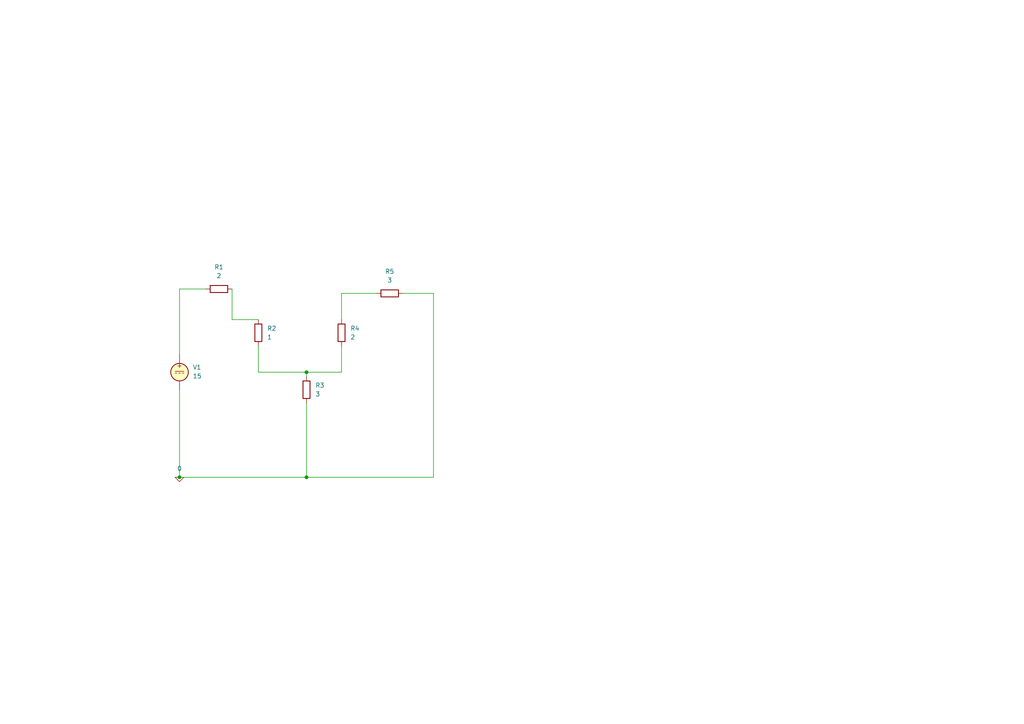
<source format=kicad_sch>
(kicad_sch (version 20230121) (generator eeschema)
  (paper "A4")
  (lib_symbols
    (symbol "Device:R" (pin_numbers hide) (pin_names (offset 0))
      (property "Reference" "R" (at 2.032 0 90))
      (property "Value" "R" (at 0 0 90))
      (symbol "R_0_1"
        (rectangle (start -1.016 -2.54) (end 1.016 2.54) (stroke (width 0.254)))
      )
      (symbol "R_1_1"
        (pin passive line (at 0 3.81 270) (length 1.27) (name "~") (number "1"))
        (pin passive line (at 0 -3.81 90) (length 1.27) (name "~") (number "2"))
      )
    )
    (symbol "Simulation_SPICE:0" (power) (pin_names (offset 0))
      (property "Value" "0" (at 0 -1.778 0))
      (symbol "0_0_1"
        (polyline (pts (xy -1.27 0) (xy 0 -1.27) (xy 1.27 0) (xy -1.27 0)))
      )
      (symbol "0_1_1"
        (pin power_in line (at 0 0 0) (length 0) hide (name "0") (number "1"))
      )
    )
    (symbol "Simulation_SPICE:VDC" (pin_numbers hide) (pin_names (offset 0.0254))
      (property "Reference" "V" (at 2.54 2.54 0))
      (property "Value" "1" (at 2.54 0 0))
      (symbol "VDC_0_0"
        (polyline (pts (xy -1.27 0.254) (xy 1.27 0.254)))
        (polyline (pts (xy -0.762 -0.254) (xy -1.27 -0.254)))
        (polyline (pts (xy 0.254 -0.254) (xy -0.254 -0.254)))
        (polyline (pts (xy 1.27 -0.254) (xy 0.762 -0.254)))
        (text "+" (at 0 1.905 0) (effects (font (size 1.27 1.27))))
      )
      (symbol "VDC_0_1"
        (circle (center 0 0) (radius 2.54) (stroke (width 0.254)) (fill (type background)))
      )
      (symbol "VDC_1_1"
        (pin passive line (at 0 5.08 270) (length 2.54) (name "~") (number "1"))
        (pin passive line (at 0 -5.08 90) (length 2.54) (name "~") (number "2"))
      )
    )
  )
  (junction (at 52.07 138.43))
  (junction (at 88.9 138.43))
  (junction (at 88.9 107.95))
  (wire (pts (xy 88.9 116.84) (xy 88.9 138.43)))
  (wire (pts (xy 52.07 83.82) (xy 59.69 83.82)))
  (wire (pts (xy 88.9 138.43) (xy 125.73 138.43)))
  (wire (pts (xy 52.07 138.43) (xy 88.9 138.43)))
  (wire (pts (xy 99.06 100.33) (xy 99.06 107.95)))
  (wire (pts (xy 74.93 100.33) (xy 74.93 107.95)))
  (wire (pts (xy 116.84 85.09) (xy 125.73 85.09)))
  (wire (pts (xy 125.73 85.09) (xy 125.73 138.43)))
  (wire (pts (xy 88.9 107.95) (xy 99.06 107.95)))
  (wire (pts (xy 88.9 107.95) (xy 88.9 109.22)))
  (wire (pts (xy 52.07 113.03) (xy 52.07 138.43)))
  (wire (pts (xy 52.07 102.87) (xy 52.07 83.82)))
  (wire (pts (xy 67.31 92.71) (xy 74.93 92.71)))
  (wire (pts (xy 74.93 107.95) (xy 88.9 107.95)))
  (wire (pts (xy 67.31 83.82) (xy 67.31 92.71)))
  (wire (pts (xy 99.06 92.71) (xy 99.06 85.09)))
  (wire (pts (xy 99.06 85.09) (xy 109.22 85.09)))
  (symbol (lib_id "Device:R") (at 88.9 113.03 0) (unit 1)
    (property "Reference" "R3" (at 91.44 111.76 0) (effects (justify left)))
    (property "Value" "3" (at 91.44 114.3 0) (effects (justify left)))
  )
  (symbol (lib_id "Device:R") (at 99.06 96.52 0) (unit 1)
    (property "Reference" "R4" (at 101.6 95.25 0) (effects (justify left)))
    (property "Value" "2" (at 101.6 97.79 0) (effects (justify left)))
  )
  (symbol (lib_id "Simulation_SPICE:0") (at 52.07 138.43 0) (unit 1)
    (property "Reference" "#GND01" (effects hide))
    (property "Value" "0" (at 52.07 135.89 0))
  )
  (symbol (lib_id "Device:R") (at 63.5 83.82 270) (unit 1)
    (property "Reference" "R1" (at 63.5 77.47 90))
    (property "Value" "2" (at 63.5 80.01 90))
  )
  (symbol (lib_id "Device:R") (at 113.03 85.09 90) (unit 1)
    (property "Reference" "R5" (at 113.03 78.74 90))
    (property "Value" "3" (at 113.03 81.28 90))
  )
  (symbol (lib_id "Device:R") (at 74.93 96.52 0) (unit 1)
    (property "Reference" "R2" (at 77.47 95.25 0) (effects (justify left)))
    (property "Value" "1" (at 77.47 97.79 0) (effects (justify left)))
  )
  (symbol (lib_id "Simulation_SPICE:VDC") (at 52.07 107.95 0) (unit 1)
    (property "Reference" "V1" (at 55.88 106.5502 0) (effects (justify left)))
    (property "Value" "15" (at 55.88 109.0902 0) (effects (justify left)))
    (property "Sim.Pins" "1=+ 2=-" (effects hide))
    (property "Sim.Type" "DC" (effects hide))
    (property "Sim.Device" "V" (effects hide))
  )
)
</source>
